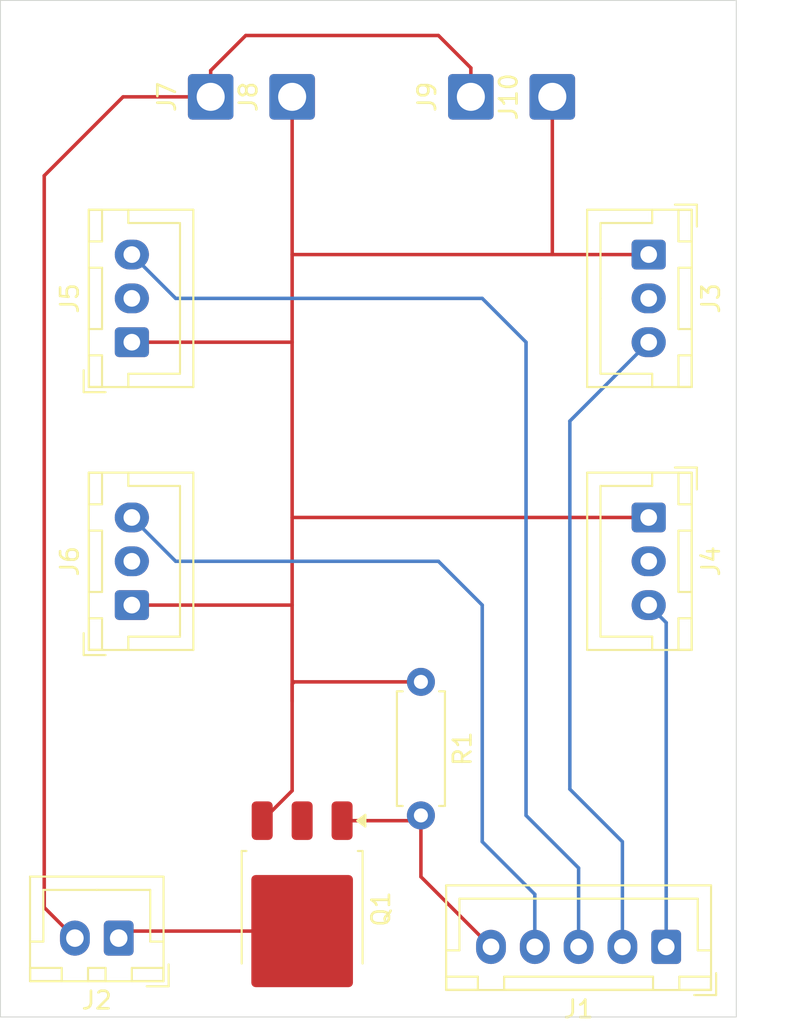
<source format=kicad_pcb>
(kicad_pcb (version 20241229) (generator "pcbnew") (generator_version "9.0")
  (layers (0 "F.Cu" signal) (2 "B.Cu" signal) (13 "F.Paste" user) (15 "B.Paste" user) (5 "F.SilkS" user "F.Silkscreen") (7 "B.SilkS" user "B.Silkscreen") (1 "F.Mask" user) (3 "B.Mask" user) (25 "Edge.Cuts" user))
  (net 0 "")
  (net 1 "Net-(J1-Pin_1)")
  (net 2 "Net-(J1-Pin_4)")
  (net 3 "Net-(J1-Pin_3)")
  (net 4 "Net-(J1-Pin_5)")
  (net 5 "Net-(J1-Pin_2)")
  (net 6 "Net-(J2-Pin_2)")
  (net 7 "Net-(J2-Pin_1)")
  (net 8 "Net-(J10-Pin_1)")
  (footprint "Connector_JST:JST_XH_B2B-XH-A_1x02_P2.50mm_Vertical" (layer "F.Cu") (at 89.75 97 180)
    (property "Reference" "J2" (at 1.25 -3.55 0) (layer "F.SilkS"))
    (property "Value" "LIGHT_OUT")
    (fp_line (start 5.06 3.51) (end 5.06 -2.46) (stroke (width 0.12)) (layer "F.SilkS"))
    (fp_line (start 5.06 -2.46) (end -2.56 -2.46) (stroke (width 0.12)) (layer "F.SilkS"))
    (fp_line (start 5.05 -0.2) (end 4.3 -0.2) (stroke (width 0.12)) (layer "F.SilkS"))
    (fp_line (start 5.05 -1.7) (end 5.05 -2.45) (stroke (width 0.12)) (layer "F.SilkS"))
    (fp_line (start 5.05 -2.45) (end 3.25 -2.45) (stroke (width 0.12)) (layer "F.SilkS"))
    (fp_line (start 4.3 2.75) (end 1.25 2.75) (stroke (width 0.12)) (layer "F.SilkS"))
    (fp_line (start 4.3 -0.2) (end 4.3 2.75) (stroke (width 0.12)) (layer "F.SilkS"))
    (fp_line (start 3.25 -1.7) (end 5.05 -1.7) (stroke (width 0.12)) (layer "F.SilkS"))
    (fp_line (start 3.25 -2.45) (end 3.25 -1.7) (stroke (width 0.12)) (layer "F.SilkS"))
    (fp_line (start 1.75 -1.7) (end 1.75 -2.45) (stroke (width 0.12)) (layer "F.SilkS"))
    (fp_line (start 1.75 -2.45) (end 0.75 -2.45) (stroke (width 0.12)) (layer "F.SilkS"))
    (fp_line (start 0.75 -1.7) (end 1.75 -1.7) (stroke (width 0.12)) (layer "F.SilkS"))
    (fp_line (start 0.75 -2.45) (end 0.75 -1.7) (stroke (width 0.12)) (layer "F.SilkS"))
    (fp_line (start -0.75 -1.7) (end -0.75 -2.45) (stroke (width 0.12)) (layer "F.SilkS"))
    (fp_line (start -0.75 -2.45) (end -2.55 -2.45) (stroke (width 0.12)) (layer "F.SilkS"))
    (fp_line (start -1.6 -2.75) (end -2.85 -2.75) (stroke (width 0.12)) (layer "F.SilkS"))
    (fp_line (start -1.8 2.75) (end 1.25 2.75) (stroke (width 0.12)) (layer "F.SilkS"))
    (fp_line (start -1.8 -0.2) (end -1.8 2.75) (stroke (width 0.12)) (layer "F.SilkS"))
    (fp_line (start -2.55 -0.2) (end -1.8 -0.2) (stroke (width 0.12)) (layer "F.SilkS"))
    (fp_line (start -2.55 -1.7) (end -0.75 -1.7) (stroke (width 0.12)) (layer "F.SilkS"))
    (fp_line (start -2.55 -2.45) (end -2.55 -1.7) (stroke (width 0.12)) (layer "F.SilkS"))
    (fp_line (start -2.56 3.51) (end 5.06 3.51) (stroke (width 0.12)) (layer "F.SilkS"))
    (fp_line (start -2.56 -2.46) (end -2.56 3.51) (stroke (width 0.12)) (layer "F.SilkS"))
    (fp_line (start -2.85 -2.75) (end -2.85 -1.5) (stroke (width 0.12)) (layer "F.SilkS"))
    (pad "1" thru_hole roundrect (at 0 0 180) (size 1.7 2) (drill 1) (layers "*.Cu" "*.Mask") (roundrect_rratio 0.147059) (net 7 "Net-(J2-Pin_1)"))
    (pad "2" thru_hole oval (at 2.5 0 180) (size 1.7 2) (drill 1) (layers "*.Cu" "*.Mask") (net 6 "Net-(J2-Pin_2)"))
  )
  (footprint "Connector_JST:JST_XH_B5B-XH-A_1x05_P2.50mm_Vertical" (layer "F.Cu") (at 121 97.5 180)
    (property "Reference" "J1" (at 5 -3.55 0) (layer "F.SilkS"))
    (property "Value" "ARDUINO_CONTROL_SIGNALS")
    (fp_line (start 12.56 3.51) (end 12.56 -2.46) (stroke (width 0.12)) (layer "F.SilkS"))
    (fp_line (start 12.56 -2.46) (end -2.56 -2.46) (stroke (width 0.12)) (layer "F.SilkS"))
    (fp_line (start 12.55 -0.2) (end 11.8 -0.2) (stroke (width 0.12)) (layer "F.SilkS"))
    (fp_line (start 12.55 -1.7) (end 12.55 -2.45) (stroke (width 0.12)) (layer "F.SilkS"))
    (fp_line (start 12.55 -2.45) (end 10.75 -2.45) (stroke (width 0.12)) (layer "F.SilkS"))
    (fp_line (start 11.8 2.75) (end 5 2.75) (stroke (width 0.12)) (layer "F.SilkS"))
    (fp_line (start 11.8 -0.2) (end 11.8 2.75) (stroke (width 0.12)) (layer "F.SilkS"))
    (fp_line (start 10.75 -1.7) (end 12.55 -1.7) (stroke (width 0.12)) (layer "F.SilkS"))
    (fp_line (start 10.75 -2.45) (end 10.75 -1.7) (stroke (width 0.12)) (layer "F.SilkS"))
    (fp_line (start 9.25 -1.7) (end 9.25 -2.45) (stroke (width 0.12)) (layer "F.SilkS"))
    (fp_line (start 9.25 -2.45) (end 0.75 -2.45) (stroke (width 0.12)) (layer "F.SilkS"))
    (fp_line (start 0.75 -1.7) (end 9.25 -1.7) (stroke (width 0.12)) (layer "F.SilkS"))
    (fp_line (start 0.75 -2.45) (end 0.75 -1.7) (stroke (width 0.12)) (layer "F.SilkS"))
    (fp_line (start -0.75 -1.7) (end -0.75 -2.45) (stroke (width 0.12)) (layer "F.SilkS"))
    (fp_line (start -0.75 -2.45) (end -2.55 -2.45) (stroke (width 0.12)) (layer "F.SilkS"))
    (fp_line (start -1.6 -2.75) (end -2.85 -2.75) (stroke (width 0.12)) (layer "F.SilkS"))
    (fp_line (start -1.8 2.75) (end 5 2.75) (stroke (width 0.12)) (layer "F.SilkS"))
    (fp_line (start -1.8 -0.2) (end -1.8 2.75) (stroke (width 0.12)) (layer "F.SilkS"))
    (fp_line (start -2.55 -0.2) (end -1.8 -0.2) (stroke (width 0.12)) (layer "F.SilkS"))
    (fp_line (start -2.55 -1.7) (end -0.75 -1.7) (stroke (width 0.12)) (layer "F.SilkS"))
    (fp_line (start -2.55 -2.45) (end -2.55 -1.7) (stroke (width 0.12)) (layer "F.SilkS"))
    (fp_line (start -2.56 3.51) (end 12.56 3.51) (stroke (width 0.12)) (layer "F.SilkS"))
    (fp_line (start -2.56 -2.46) (end -2.56 3.51) (stroke (width 0.12)) (layer "F.SilkS"))
    (fp_line (start -2.85 -2.75) (end -2.85 -1.5) (stroke (width 0.12)) (layer "F.SilkS"))
    (pad "1" thru_hole roundrect (at 0 0 180) (size 1.7 1.95) (drill 0.95) (layers "*.Cu" "*.Mask") (roundrect_rratio 0.147059) (net 1 "Net-(J1-Pin_1)"))
    (pad "2" thru_hole oval (at 2.5 0 180) (size 1.7 1.95) (drill 0.95) (layers "*.Cu" "*.Mask") (net 5 "Net-(J1-Pin_2)"))
    (pad "3" thru_hole oval (at 5 0 180) (size 1.7 1.95) (drill 0.95) (layers "*.Cu" "*.Mask") (net 3 "Net-(J1-Pin_3)"))
    (pad "4" thru_hole oval (at 7.5 0 180) (size 1.7 1.95) (drill 0.95) (layers "*.Cu" "*.Mask") (net 2 "Net-(J1-Pin_4)"))
    (pad "5" thru_hole oval (at 10 0 180) (size 1.7 1.95) (drill 0.95) (layers "*.Cu" "*.Mask") (net 4 "Net-(J1-Pin_5)"))
  )
  (footprint "Connector_Wire:SolderWire-0.75sqmm_1x01_D1.25mm_OD2.3mm" (layer "F.Cu") (at 99.65 49 90)
    (property "Reference" "J8" (at 0 -2.5 90) (layer "F.SilkS"))
    (property "Value" "12V_GND")
    (pad "1" thru_hole roundrect (at 0 0 90) (size 2.6 2.6) (drill 1.6) (layers "*.Cu" "*.Mask") (roundrect_rratio 0.096154) (net 8 "Net-(J10-Pin_1)"))
  )
  (footprint "Resistor_THT:R_Axial_DIN0207_L6.3mm_D2.5mm_P7.62mm_Horizontal" (layer "F.Cu") (at 107 82.38 -90)
    (property "Reference" "R1" (at 3.81 -2.37 90) (layer "F.SilkS"))
    (property "Value" "R1k")
    (fp_line (start 0.54 1.37) (end 7.08 1.37) (stroke (width 0.12)) (layer "F.SilkS"))
    (fp_line (start 7.08 1.37) (end 7.08 1.04) (stroke (width 0.12)) (layer "F.SilkS"))
    (fp_line (start 0.54 1.04) (end 0.54 1.37) (stroke (width 0.12)) (layer "F.SilkS"))
    (fp_line (start 0.54 -1.04) (end 0.54 -1.37) (stroke (width 0.12)) (layer "F.SilkS"))
    (fp_line (start 0.54 -1.37) (end 7.08 -1.37) (stroke (width 0.12)) (layer "F.SilkS"))
    (fp_line (start 7.08 -1.37) (end 7.08 -1.04) (stroke (width 0.12)) (layer "F.SilkS"))
    (pad "1" thru_hole circle (at 0 0 270) (size 1.6 1.6) (drill 0.8) (layers "*.Cu" "*.Mask") (net 8 "Net-(J10-Pin_1)"))
    (pad "2" thru_hole oval (at 7.62 0 270) (size 1.6 1.6) (drill 0.8) (layers "*.Cu" "*.Mask") (net 4 "Net-(J1-Pin_5)"))
  )
  (footprint "Connector_JST:JST_XH_B3B-XH-A_1x03_P2.50mm_Vertical" (layer "F.Cu") (at 90.5 63 90)
    (property "Reference" "J5" (at 2.5 -3.55 90) (layer "F.SilkS"))
    (property "Value" "SPARK_MAX_LEFT1")
    (fp_line (start -1.6 -2.75) (end -2.85 -2.75) (stroke (width 0.12)) (layer "F.SilkS"))
    (fp_line (start -2.85 -2.75) (end -2.85 -1.5) (stroke (width 0.12)) (layer "F.SilkS"))
    (fp_line (start 7.56 -2.46) (end -2.56 -2.46) (stroke (width 0.12)) (layer "F.SilkS"))
    (fp_line (start -2.56 -2.46) (end -2.56 3.51) (stroke (width 0.12)) (layer "F.SilkS"))
    (fp_line (start 7.55 -2.45) (end 5.75 -2.45) (stroke (width 0.12)) (layer "F.SilkS"))
    (fp_line (start 5.75 -2.45) (end 5.75 -1.7) (stroke (width 0.12)) (layer "F.SilkS"))
    (fp_line (start 4.25 -2.45) (end 0.75 -2.45) (stroke (width 0.12)) (layer "F.SilkS"))
    (fp_line (start 0.75 -2.45) (end 0.75 -1.7) (stroke (width 0.12)) (layer "F.SilkS"))
    (fp_line (start -0.75 -2.45) (end -2.55 -2.45) (stroke (width 0.12)) (layer "F.SilkS"))
    (fp_line (start -2.55 -2.45) (end -2.55 -1.7) (stroke (width 0.12)) (layer "F.SilkS"))
    (fp_line (start 7.55 -1.7) (end 7.55 -2.45) (stroke (width 0.12)) (layer "F.SilkS"))
    (fp_line (start 5.75 -1.7) (end 7.55 -1.7) (stroke (width 0.12)) (layer "F.SilkS"))
    (fp_line (start 4.25 -1.7) (end 4.25 -2.45) (stroke (width 0.12)) (layer "F.SilkS"))
    (fp_line (start 0.75 -1.7) (end 4.25 -1.7) (stroke (width 0.12)) (layer "F.SilkS"))
    (fp_line (start -0.75 -1.7) (end -0.75 -2.45) (stroke (width 0.12)) (layer "F.SilkS"))
    (fp_line (start -2.55 -1.7) (end -0.75 -1.7) (stroke (width 0.12)) (layer "F.SilkS"))
    (fp_line (start 7.55 -0.2) (end 6.8 -0.2) (stroke (width 0.12)) (layer "F.SilkS"))
    (fp_line (start 6.8 -0.2) (end 6.8 2.75) (stroke (width 0.12)) (layer "F.SilkS"))
    (fp_line (start -1.8 -0.2) (end -1.8 2.75) (stroke (width 0.12)) (layer "F.SilkS"))
    (fp_line (start -2.55 -0.2) (end -1.8 -0.2) (stroke (width 0.12)) (layer "F.SilkS"))
    (fp_line (start 6.8 2.75) (end 2.5 2.75) (stroke (width 0.12)) (layer "F.SilkS"))
    (fp_line (start -1.8 2.75) (end 2.5 2.75) (stroke (width 0.12)) (layer "F.SilkS"))
    (fp_line (start 7.56 3.51) (end 7.56 -2.46) (stroke (width 0.12)) (layer "F.SilkS"))
    (fp_line (start -2.56 3.51) (end 7.56 3.51) (stroke (width 0.12)) (layer "F.SilkS"))
    (pad "1" thru_hole roundrect (at 0 0 90) (size 1.7 1.95) (drill 0.95) (layers "*.Cu" "*.Mask") (roundrect_rratio 0.147059) (net 8 "Net-(J10-Pin_1)"))
    (pad "2" thru_hole oval (at 2.5 0 90) (size 1.7 1.95) (drill 0.95) (layers "*.Cu" "*.Mask"))
    (pad "3" thru_hole oval (at 5 0 90) (size 1.7 1.95) (drill 0.95) (layers "*.Cu" "*.Mask") (net 3 "Net-(J1-Pin_3)"))
  )
  (footprint "Connector_JST:JST_XH_B3B-XH-A_1x03_P2.50mm_Vertical" (layer "F.Cu") (at 120 58 -90)
    (property "Reference" "J3" (at 2.5 -3.55 90) (layer "F.SilkS"))
    (property "Value" "SPARK_MAX_RIGHT1")
    (fp_line (start -2.56 3.51) (end 7.56 3.51) (stroke (width 0.12)) (layer "F.SilkS"))
    (fp_line (start 7.56 3.51) (end 7.56 -2.46) (stroke (width 0.12)) (layer "F.SilkS"))
    (fp_line (start -1.8 2.75) (end 2.5 2.75) (stroke (width 0.12)) (layer "F.SilkS"))
    (fp_line (start 6.8 2.75) (end 2.5 2.75) (stroke (width 0.12)) (layer "F.SilkS"))
    (fp_line (start -2.55 -0.2) (end -1.8 -0.2) (stroke (width 0.12)) (layer "F.SilkS"))
    (fp_line (start -1.8 -0.2) (end -1.8 2.75) (stroke (width 0.12)) (layer "F.SilkS"))
    (fp_line (start 6.8 -0.2) (end 6.8 2.75) (stroke (width 0.12)) (layer "F.SilkS"))
    (fp_line (start 7.55 -0.2) (end 6.8 -0.2) (stroke (width 0.12)) (layer "F.SilkS"))
    (fp_line (start -2.55 -1.7) (end -0.75 -1.7) (stroke (width 0.12)) (layer "F.SilkS"))
    (fp_line (start -0.75 -1.7) (end -0.75 -2.45) (stroke (width 0.12)) (layer "F.SilkS"))
    (fp_line (start 0.75 -1.7) (end 4.25 -1.7) (stroke (width 0.12)) (layer "F.SilkS"))
    (fp_line (start 4.25 -1.7) (end 4.25 -2.45) (stroke (width 0.12)) (layer "F.SilkS"))
    (fp_line (start 5.75 -1.7) (end 7.55 -1.7) (stroke (width 0.12)) (layer "F.SilkS"))
    (fp_line (start 7.55 -1.7) (end 7.55 -2.45) (stroke (width 0.12)) (layer "F.SilkS"))
    (fp_line (start -2.55 -2.45) (end -2.55 -1.7) (stroke (width 0.12)) (layer "F.SilkS"))
    (fp_line (start -0.75 -2.45) (end -2.55 -2.45) (stroke (width 0.12)) (layer "F.SilkS"))
    (fp_line (start 0.75 -2.45) (end 0.75 -1.7) (stroke (width 0.12)) (layer "F.SilkS"))
    (fp_line (start 4.25 -2.45) (end 0.75 -2.45) (stroke (width 0.12)) (layer "F.SilkS"))
    (fp_line (start 5.75 -2.45) (end 5.75 -1.7) (stroke (width 0.12)) (layer "F.SilkS"))
    (fp_line (start 7.55 -2.45) (end 5.75 -2.45) (stroke (width 0.12)) (layer "F.SilkS"))
    (fp_line (start -2.56 -2.46) (end -2.56 3.51) (stroke (width 0.12)) (layer "F.SilkS"))
    (fp_line (start 7.56 -2.46) (end -2.56 -2.46) (stroke (width 0.12)) (layer "F.SilkS"))
    (fp_line (start -2.85 -2.75) (end -2.85 -1.5) (stroke (width 0.12)) (layer "F.SilkS"))
    (fp_line (start -1.6 -2.75) (end -2.85 -2.75) (stroke (width 0.12)) (layer "F.SilkS"))
    (pad "1" thru_hole roundrect (at 0 0 270) (size 1.7 1.95) (drill 0.95) (layers "*.Cu" "*.Mask") (roundrect_rratio 0.147059) (net 8 "Net-(J10-Pin_1)"))
    (pad "2" thru_hole oval (at 2.5 0 270) (size 1.7 1.95) (drill 0.95) (layers "*.Cu" "*.Mask"))
    (pad "3" thru_hole oval (at 5 0 270) (size 1.7 1.95) (drill 0.95) (layers "*.Cu" "*.Mask") (net 5 "Net-(J1-Pin_2)"))
  )
  (footprint "Connector_JST:JST_XH_B3B-XH-A_1x03_P2.50mm_Vertical" (layer "F.Cu") (at 120 73 -90)
    (property "Reference" "J4" (at 2.5 -3.55 90) (layer "F.SilkS"))
    (property "Value" "SPARK_MAX_RIGHT2")
    (fp_line (start -2.56 3.51) (end 7.56 3.51) (stroke (width 0.12)) (layer "F.SilkS"))
    (fp_line (start 7.56 3.51) (end 7.56 -2.46) (stroke (width 0.12)) (layer "F.SilkS"))
    (fp_line (start -1.8 2.75) (end 2.5 2.75) (stroke (width 0.12)) (layer "F.SilkS"))
    (fp_line (start 6.8 2.75) (end 2.5 2.75) (stroke (width 0.12)) (layer "F.SilkS"))
    (fp_line (start -2.55 -0.2) (end -1.8 -0.2) (stroke (width 0.12)) (layer "F.SilkS"))
    (fp_line (start -1.8 -0.2) (end -1.8 2.75) (stroke (width 0.12)) (layer "F.SilkS"))
    (fp_line (start 6.8 -0.2) (end 6.8 2.75) (stroke (width 0.12)) (layer "F.SilkS"))
    (fp_line (start 7.55 -0.2) (end 6.8 -0.2) (stroke (width 0.12)) (layer "F.SilkS"))
    (fp_line (start -2.55 -1.7) (end -0.75 -1.7) (stroke (width 0.12)) (layer "F.SilkS"))
    (fp_line (start -0.75 -1.7) (end -0.75 -2.45) (stroke (width 0.12)) (layer "F.SilkS"))
    (fp_line (start 0.75 -1.7) (end 4.25 -1.7) (stroke (width 0.12)) (layer "F.SilkS"))
    (fp_line (start 4.25 -1.7) (end 4.25 -2.45) (stroke (width 0.12)) (layer "F.SilkS"))
    (fp_line (start 5.75 -1.7) (end 7.55 -1.7) (stroke (width 0.12)) (layer "F.SilkS"))
    (fp_line (start 7.55 -1.7) (end 7.55 -2.45) (stroke (width 0.12)) (layer "F.SilkS"))
    (fp_line (start -2.55 -2.45) (end -2.55 -1.7) (stroke (width 0.12)) (layer "F.SilkS"))
    (fp_line (start -0.75 -2.45) (end -2.55 -2.45) (stroke (width 0.12)) (layer "F.SilkS"))
    (fp_line (start 0.75 -2.45) (end 0.75 -1.7) (stroke (width 0.12)) (layer "F.SilkS"))
    (fp_line (start 4.25 -2.45) (end 0.75 -2.45) (stroke (width 0.12)) (layer "F.SilkS"))
    (fp_line (start 5.75 -2.45) (end 5.75 -1.7) (stroke (width 0.12)) (layer "F.SilkS"))
    (fp_line (start 7.55 -2.45) (end 5.75 -2.45) (stroke (width 0.12)) (layer "F.SilkS"))
    (fp_line (start -2.56 -2.46) (end -2.56 3.51) (stroke (width 0.12)) (layer "F.SilkS"))
    (fp_line (start 7.56 -2.46) (end -2.56 -2.46) (stroke (width 0.12)) (layer "F.SilkS"))
    (fp_line (start -2.85 -2.75) (end -2.85 -1.5) (stroke (width 0.12)) (layer "F.SilkS"))
    (fp_line (start -1.6 -2.75) (end -2.85 -2.75) (stroke (width 0.12)) (layer "F.SilkS"))
    (pad "1" thru_hole roundrect (at 0 0 270) (size 1.7 1.95) (drill 0.95) (layers "*.Cu" "*.Mask") (roundrect_rratio 0.147059) (net 8 "Net-(J10-Pin_1)"))
    (pad "2" thru_hole oval (at 2.5 0 270) (size 1.7 1.95) (drill 0.95) (layers "*.Cu" "*.Mask"))
    (pad "3" thru_hole oval (at 5 0 270) (size 1.7 1.95) (drill 0.95) (layers "*.Cu" "*.Mask") (net 1 "Net-(J1-Pin_1)"))
  )
  (footprint "Connector_JST:JST_XH_B3B-XH-A_1x03_P2.50mm_Vertical" (layer "F.Cu") (at 90.5 78 90)
    (property "Reference" "J6" (at 2.5 -3.55 90) (layer "F.SilkS"))
    (property "Value" "SPARK_MAX_LEFT2")
    (fp_line (start -1.6 -2.75) (end -2.85 -2.75) (stroke (width 0.12)) (layer "F.SilkS"))
    (fp_line (start -2.85 -2.75) (end -2.85 -1.5) (stroke (width 0.12)) (layer "F.SilkS"))
    (fp_line (start 7.56 -2.46) (end -2.56 -2.46) (stroke (width 0.12)) (layer "F.SilkS"))
    (fp_line (start -2.56 -2.46) (end -2.56 3.51) (stroke (width 0.12)) (layer "F.SilkS"))
    (fp_line (start 7.55 -2.45) (end 5.75 -2.45) (stroke (width 0.12)) (layer "F.SilkS"))
    (fp_line (start 5.75 -2.45) (end 5.75 -1.7) (stroke (width 0.12)) (layer "F.SilkS"))
    (fp_line (start 4.25 -2.45) (end 0.75 -2.45) (stroke (width 0.12)) (layer "F.SilkS"))
    (fp_line (start 0.75 -2.45) (end 0.75 -1.7) (stroke (width 0.12)) (layer "F.SilkS"))
    (fp_line (start -0.75 -2.45) (end -2.55 -2.45) (stroke (width 0.12)) (layer "F.SilkS"))
    (fp_line (start -2.55 -2.45) (end -2.55 -1.7) (stroke (width 0.12)) (layer "F.SilkS"))
    (fp_line (start 7.55 -1.7) (end 7.55 -2.45) (stroke (width 0.12)) (layer "F.SilkS"))
    (fp_line (start 5.75 -1.7) (end 7.55 -1.7) (stroke (width 0.12)) (layer "F.SilkS"))
    (fp_line (start 4.25 -1.7) (end 4.25 -2.45) (stroke (width 0.12)) (layer "F.SilkS"))
    (fp_line (start 0.75 -1.7) (end 4.25 -1.7) (stroke (width 0.12)) (layer "F.SilkS"))
    (fp_line (start -0.75 -1.7) (end -0.75 -2.45) (stroke (width 0.12)) (layer "F.SilkS"))
    (fp_line (start -2.55 -1.7) (end -0.75 -1.7) (stroke (width 0.12)) (layer "F.SilkS"))
    (fp_line (start 7.55 -0.2) (end 6.8 -0.2) (stroke (width 0.12)) (layer "F.SilkS"))
    (fp_line (start 6.8 -0.2) (end 6.8 2.75) (stroke (width 0.12)) (layer "F.SilkS"))
    (fp_line (start -1.8 -0.2) (end -1.8 2.75) (stroke (width 0.12)) (layer "F.SilkS"))
    (fp_line (start -2.55 -0.2) (end -1.8 -0.2) (stroke (width 0.12)) (layer "F.SilkS"))
    (fp_line (start 6.8 2.75) (end 2.5 2.75) (stroke (width 0.12)) (layer "F.SilkS"))
    (fp_line (start -1.8 2.75) (end 2.5 2.75) (stroke (width 0.12)) (layer "F.SilkS"))
    (fp_line (start 7.56 3.51) (end 7.56 -2.46) (stroke (width 0.12)) (layer "F.SilkS"))
    (fp_line (start -2.56 3.51) (end 7.56 3.51) (stroke (width 0.12)) (layer "F.SilkS"))
    (pad "1" thru_hole roundrect (at 0 0 90) (size 1.7 1.95) (drill 0.95) (layers "*.Cu" "*.Mask") (roundrect_rratio 0.147059) (net 8 "Net-(J10-Pin_1)"))
    (pad "2" thru_hole oval (at 2.5 0 90) (size 1.7 1.95) (drill 0.95) (layers "*.Cu" "*.Mask"))
    (pad "3" thru_hole oval (at 5 0 90) (size 1.7 1.95) (drill 0.95) (layers "*.Cu" "*.Mask") (net 2 "Net-(J1-Pin_4)"))
  )
  (footprint "Connector_Wire:SolderWire-0.75sqmm_1x01_D1.25mm_OD2.3mm" (layer "F.Cu") (at 109.85 49 90)
    (property "Reference" "J9" (at 0 -2.5 90) (layer "F.SilkS"))
    (property "Value" "ARDUINO_POWER")
    (pad "1" thru_hole roundrect (at 0 0 90) (size 2.6 2.6) (drill 1.6) (layers "*.Cu" "*.Mask") (roundrect_rratio 0.096154) (net 6 "Net-(J2-Pin_2)"))
  )
  (footprint "Package_TO_SOT_SMD:TO-252-3_TabPin2" (layer "F.Cu") (at 100.22 95.34 -90)
    (property "Reference" "Q1" (at 0 -4.5 90) (layer "F.SilkS"))
    (property "Value" "NCE6020AK")
    (fp_line (start -3.31 3.45) (end -3.31 3.18) (stroke (width 0.12)) (layer "F.SilkS"))
    (fp_line (start 3.11 3.45) (end -3.31 3.45) (stroke (width 0.12)) (layer "F.SilkS"))
    (fp_line (start -3.31 -3.45) (end -3.31 -3.18) (stroke (width 0.12)) (layer "F.SilkS"))
    (fp_line (start 3.11 -3.45) (end -3.31 -3.45) (stroke (width 0.12)) (layer "F.SilkS"))
    (fp_poly (pts (xy -5.04 -3.14) (xy -5.38 -3.61) (xy -4.7 -3.61)) (stroke (width 0.12)) (fill yes) (layer "F.SilkS"))
    (pad "1" smd roundrect (at -5.04 -2.28 270) (size 2.2 1.2) (layers "F.Cu" "F.Mask" "F.Paste") (roundrect_rratio 0.208333) (net 4 "Net-(J1-Pin_5)"))
    (pad "2" smd roundrect (at -5.04 0 270) (size 2.2 1.2) (layers "F.Cu" "F.Mask" "F.Paste") (roundrect_rratio 0.208333) (net 7 "Net-(J2-Pin_1)"))
    (pad "2" smd roundrect (at 1.26 0 270) (size 6.4 5.8) (layers "F.Cu" "F.Mask") (roundrect_rratio 0.043103) (net 7 "Net-(J2-Pin_1)"))
    (pad "3" smd roundrect (at -5.04 2.28 270) (size 2.2 1.2) (layers "F.Cu" "F.Mask" "F.Paste") (roundrect_rratio 0.208333) (net 8 "Net-(J10-Pin_1)"))
  )
  (footprint "Connector_Wire:SolderWire-0.75sqmm_1x01_D1.25mm_OD2.3mm" (layer "F.Cu") (at 114.5 49 90)
    (property "Reference" "J10" (at 0 -2.5 90) (layer "F.SilkS"))
    (property "Value" "ARDUINO_GND")
    (pad "1" thru_hole roundrect (at 0 0 90) (size 2.6 2.6) (drill 1.6) (layers "*.Cu" "*.Mask") (roundrect_rratio 0.096154) (net 8 "Net-(J10-Pin_1)"))
  )
  (footprint "Connector_Wire:SolderWire-0.75sqmm_1x01_D1.25mm_OD2.3mm" (layer "F.Cu") (at 95 49 90)
    (property "Reference" "J7" (at 0 -2.5 90) (layer "F.SilkS"))
    (property "Value" "12V_VCC")
    (pad "1" thru_hole roundrect (at 0 0 90) (size 2.6 2.6) (drill 1.6) (layers "*.Cu" "*.Mask") (roundrect_rratio 0.096154) (net 6 "Net-(J2-Pin_2)"))
  )
  (gr_rect (start 83 43.5) (end 125 101.5) (stroke (width 0.05)) (fill no) (layer "Edge.Cuts"))
  (segment (start 121 97.5) (end 121 79) (width 0.2) (layer "B.Cu") (net 1))
  (segment (start 121 79) (end 120 78) (width 0.2) (layer "B.Cu") (net 1))
  (segment (start 113.5 97.5) (end 113.5 94.5) (width 0.2) (layer "B.Cu") (net 2))
  (segment (start 93 75.5) (end 108 75.5) (width 0.2) (layer "B.Cu") (net 2))
  (segment (start 113.5 94.5) (end 110.5 91.5) (width 0.2) (layer "B.Cu") (net 2))
  (segment (start 90.5 73) (end 93 75.5) (width 0.2) (layer "B.Cu") (net 2))
  (segment (start 110.5 91.5) (end 110.5 78) (width 0.2) (layer "B.Cu") (net 2))
  (segment (start 108 75.5) (end 110.5 78) (width 0.2) (layer "B.Cu") (net 2))
  (segment (start 90.5 58) (end 93 60.5) (width 0.2) (layer "B.Cu") (net 3))
  (segment (start 93 60.5) (end 110.5 60.5) (width 0.2) (layer "B.Cu") (net 3))
  (segment (start 110.5 60.5) (end 113 63) (width 0.2) (layer "B.Cu") (net 3))
  (segment (start 116 97.5) (end 116 93) (width 0.2) (layer "B.Cu") (net 3))
  (segment (start 113 90) (end 113 63) (width 0.2) (layer "B.Cu") (net 3))
  (segment (start 116 93) (end 113 90) (width 0.2) (layer "B.Cu") (net 3))
  (segment (start 102.5 90.3) (end 106.7 90.3) (width 0.2) (layer "F.Cu") (net 4))
  (segment (start 107 90) (end 107 93.5) (width 0.2) (layer "F.Cu") (net 4))
  (segment (start 107 93.5) (end 111 97.5) (width 0.2) (layer "F.Cu") (net 4))
  (segment (start 106.7 90.3) (end 107 90) (width 0.2) (layer "F.Cu") (net 4))
  (segment (start 115.5 67.5) (end 120 63) (width 0.2) (layer "B.Cu") (net 5))
  (segment (start 118.5 97.5) (end 118.5 91.5) (width 0.2) (layer "B.Cu") (net 5))
  (segment (start 118.5 91.5) (end 115.5 88.5) (width 0.2) (layer "B.Cu") (net 5))
  (segment (start 115.5 88.5) (end 115.5 67.5) (width 0.2) (layer "B.Cu") (net 5))
  (segment (start 90 49) (end 85.5 53.5) (width 0.2) (layer "F.Cu") (net 6))
  (segment (start 109.85 47.35) (end 109.85 49) (width 0.2) (layer "F.Cu") (net 6))
  (segment (start 85.5 53.5) (end 85.5 95.25) (width 0.2) (layer "F.Cu") (net 6))
  (segment (start 95 49) (end 90 49) (width 0.2) (layer "F.Cu") (net 6))
  (segment (start 108 45.5) (end 109.85 47.35) (width 0.2) (layer "F.Cu") (net 6))
  (segment (start 95 47.5) (end 97 45.5) (width 0.2) (layer "F.Cu") (net 6))
  (segment (start 97 45.5) (end 108 45.5) (width 0.2) (layer "F.Cu") (net 6))
  (segment (start 95 49) (end 95 47.5) (width 0.2) (layer "F.Cu") (net 6))
  (segment (start 85.5 95.25) (end 87.25 97) (width 0.2) (layer "F.Cu") (net 6))
  (segment (start 100.22 96.6) (end 90.15 96.6) (width 0.2) (layer "F.Cu") (net 7))
  (segment (start 90.15 96.6) (end 89.75 97) (width 0.2) (layer "F.Cu") (net 7))
  (segment (start 90.5 78) (end 99.65 78) (width 0.2) (layer "F.Cu") (net 8))
  (segment (start 107 82.38) (end 99.77 82.38) (width 0.2) (layer "F.Cu") (net 8))
  (segment (start 99.65 49) (end 99.65 58) (width 0.2) (layer "F.Cu") (net 8))
  (segment (start 120 73) (end 99.65 73) (width 0.2) (layer "F.Cu") (net 8))
  (segment (start 120 58) (end 114.5 58) (width 0.2) (layer "F.Cu") (net 8))
  (segment (start 99.65 82.5) (end 99.65 88.59) (width 0.2) (layer "F.Cu") (net 8))
  (segment (start 99.77 82.38) (end 99.65 82.5) (width 0.2) (layer "F.Cu") (net 8))
  (segment (start 99.65 78) (end 99.65 83.5) (width 0.2) (layer "F.Cu") (net 8))
  (segment (start 99.65 73) (end 99.65 78) (width 0.2) (layer "F.Cu") (net 8))
  (segment (start 99.65 58) (end 99.65 63) (width 0.2) (layer "F.Cu") (net 8))
  (segment (start 99.65 88.59) (end 97.94 90.3) (width 0.2) (layer "F.Cu") (net 8))
  (segment (start 114.5 58) (end 99.65 58) (width 0.2) (layer "F.Cu") (net 8))
  (segment (start 99.65 63) (end 99.65 73) (width 0.2) (layer "F.Cu") (net 8))
  (segment (start 90.5 63) (end 99.65 63) (width 0.2) (layer "F.Cu") (net 8))
  (segment (start 114.5 49) (end 114.5 58) (width 0.2) (layer "F.Cu") (net 8))
)
</source>
